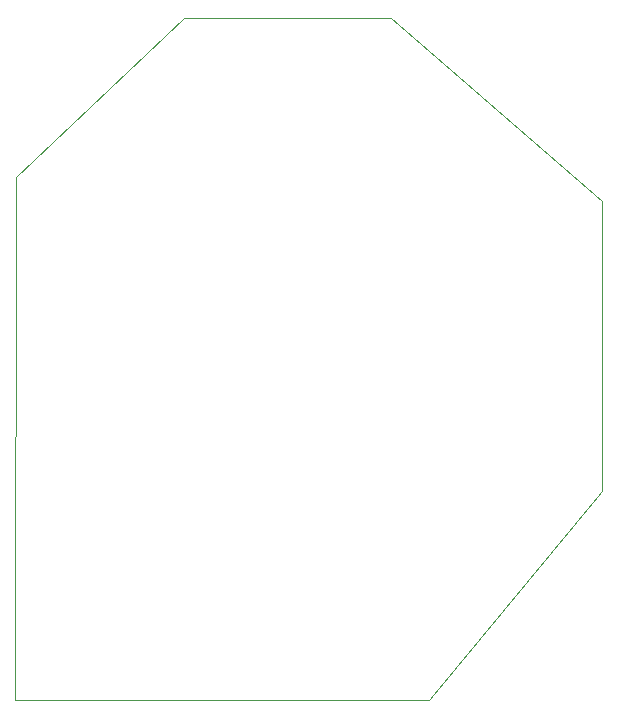
<source format=gm1>
%TF.GenerationSoftware,KiCad,Pcbnew,(5.1.4)-1*%
%TF.CreationDate,2021-08-29T10:15:52+03:00*%
%TF.ProjectId,kone,6b6f6e65-2e6b-4696-9361-645f70636258,rev?*%
%TF.SameCoordinates,Original*%
%TF.FileFunction,Profile,NP*%
%FSLAX46Y46*%
G04 Gerber Fmt 4.6, Leading zero omitted, Abs format (unit mm)*
G04 Created by KiCad (PCBNEW (5.1.4)-1) date 2021-08-29 10:15:52*
%MOMM*%
%LPD*%
G04 APERTURE LIST*
%ADD10C,0.100000*%
G04 APERTURE END LIST*
D10*
X266920000Y-160110000D02*
X231882000Y-160160000D01*
X281570000Y-142440000D02*
X266920000Y-160110000D01*
X281550000Y-117920000D02*
X281570000Y-142440000D01*
X263652000Y-102362000D02*
X281550000Y-117920000D01*
X246126000Y-102362000D02*
X263652000Y-102362000D01*
X231902000Y-115824000D02*
X246126000Y-102362000D01*
X231882000Y-160160000D02*
X231902000Y-115824000D01*
M02*

</source>
